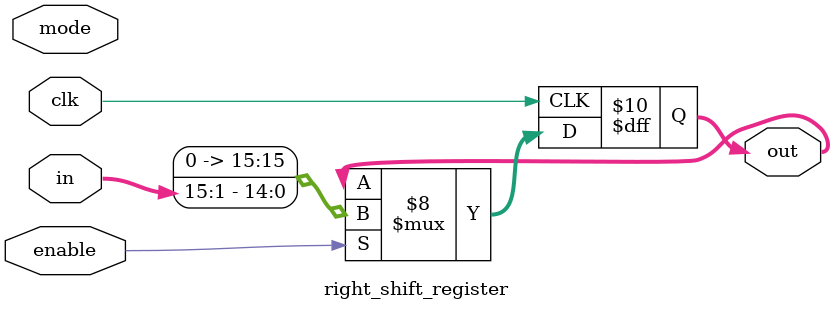
<source format=sv>
module right_shift_register #(parameter width = 16)(
  input             clk,
  input             enable,		 // 0: do not shift; 1: enable shift
  input [width-1:0] in,          // data input to be shifted
  input             mode,        // arithmetic (0) or logical (1) shift
  output logic [width-1:0] out); // output = shifted or original input

	
	always @(posedge clk) 	begin
// fill in the guts	-- holds or shifts by 1 bit position
//    enable   mode      out  
//      0       0        hold
//		0       1	     hold
//		1       1	     logical right shift
//		1		0	     arithmetic right shift
	if(enable)
		begin
			if (mode)
				out <= in >> 1;
			else
				out <= in >>> 1;
		end
	else
		out <= out;
   end

endmodule

</source>
